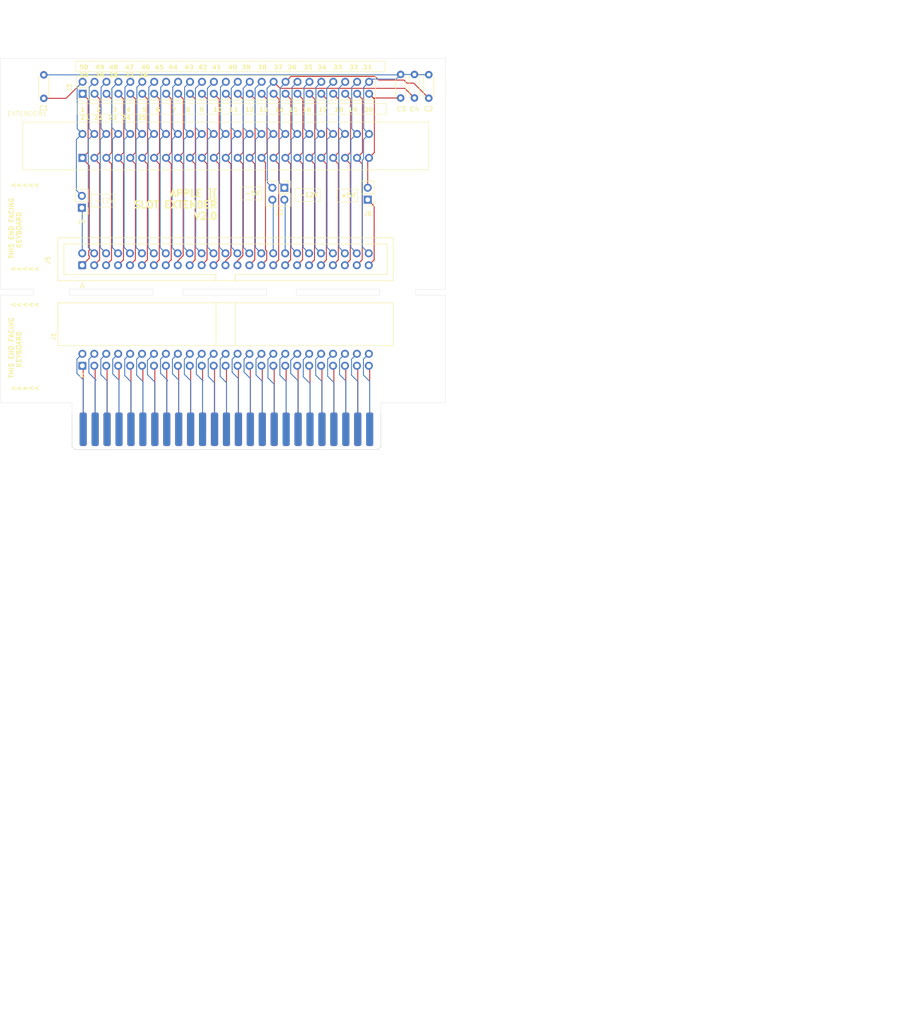
<source format=kicad_pcb>
(kicad_pcb (version 20241229) (generator "pcbnew") (generator_version "9.0")
  (layers (0 "F.Cu" signal) (2 "B.Cu" signal) (13 "F.Paste" user) (15 "B.Paste" user) (5 "F.SilkS" user "F.Silkscreen") (7 "B.SilkS" user "B.Silkscreen") (1 "F.Mask" user) (3 "B.Mask" user) (25 "Edge.Cuts" user))
  (net 0 "")
  (net 1 "E_USER_1")
  (net 2 "E_RDY")
  (net 3 "E_D7")
  (net 4 "E_D5")
  (net 5 "E_INT_OUT")
  (net 6 "E_-5V")
  (net 7 "E_A12")
  (net 8 "E_A0")
  (net 9 "E_A9")
  (net 10 "~{E_NMI}")
  (net 11 "E_A5")
  (net 12 "E_A1")
  (net 13 "~{E_IOSEL}")
  (net 14 "E_A2")
  (net 15 "E_-12V")
  (net 16 "E_DMA_OUT")
  (net 17 "E_7M")
  (net 18 "E_INT_IN")
  (net 19 "E_D2")
  (net 20 "E_DMA")
  (net 21 "E_A11")
  (net 22 "E_Q3")
  (net 23 "E_+5V")
  (net 24 "E_A10")
  (net 25 "E_PHASE_1")
  (net 26 "E_IO_STROBE")
  (net 27 "E_A6")
  (net 28 "E_D0")
  (net 29 "E_D6")
  (net 30 "E_GND")
  (net 31 "E_DMA_IN")
  (net 32 "~{E_DEVICE_SELECT}")
  (net 33 "E_A15")
  (net 34 "E_D4")
  (net 35 "E_NC1")
  (net 36 "E_D3")
  (net 37 "E_A4")
  (net 38 "~{E_IRQ}")
  (net 39 "E_D1")
  (net 40 "E_A8")
  (net 41 "E_+12V")
  (net 42 "~{E_INH}")
  (net 43 "E_R{slash}W")
  (net 44 "E_A7")
  (net 45 "E_PHASE_0")
  (net 46 "E_A13")
  (net 47 "+12V")
  (net 48 "~{NMI}")
  (net 49 "NC1")
  (net 50 "Q3")
  (net 51 "DMA_OUT")
  (net 52 "A6")
  (net 53 "RDY")
  (net 54 "A5")
  (net 55 "R{slash}W")
  (net 56 "~{IRQ}")
  (net 57 "+5V")
  (net 58 "PHASE_1")
  (net 59 "-12V")
  (net 60 "A0")
  (net 61 "A13")
  (net 62 "D4")
  (net 63 "A10")
  (net 64 "A7")
  (net 65 "A14")
  (net 66 "A3")
  (net 67 "DMA")
  (net 68 "-5V")
  (net 69 "IO_STROBE")
  (net 70 "PHASE_0")
  (net 71 "~{IOSEL}")
  (net 72 "D3")
  (net 73 "USER_1")
  (net 74 "A1")
  (net 75 "A12")
  (net 76 "A11")
  (net 77 "A15")
  (net 78 "D5")
  (net 79 "D7")
  (net 80 "DMA_IN")
  (net 81 "NC")
  (net 82 "D2")
  (net 83 "~{DEVICE_SELECT}")
  (net 84 "INT_OUT")
  (net 85 "~{RES}")
  (net 86 "7M")
  (net 87 "D0")
  (net 88 "A9")
  (net 89 "~{INH}")
  (net 90 "GND")
  (net 91 "D6")
  (net 92 "A8")
  (net 93 "INT_IN")
  (net 94 "D1")
  (net 95 "A4")
  (net 96 "Net-(J5-Pin_49)")
  (net 97 "Net-(J2-Pin_4)")
  (net 98 "Net-(J2-Pin_2)")
  (net 99 "E_A3")
  (net 100 "~{E_RES}")
  (net 101 "E_NC")
  (net 102 "E_A14")
  (net 103 "A2")
  (net 104 "Net-(J4-Pin_1)")
  (footprint "V2_Library:BUS_6502_v1" (layer "F.Cu") (at 119.1886 62.8262)
    (property "Reference" "EXTENDER1")
    (property "Value" "6502")
  )
  (footprint "Connector_PinHeader_2.54mm:PinHeader_1x02_P2.54mm_Vertical" (layer "F.Cu") (at 179.88 71.7162 180)
    (property "Reference" "J6")
    (property "Value" "Conn_01x02_Pin")
  )
  (footprint "V2_Library:PinSocket_2x25_P2.54mm_Vertical" (layer "F.Cu") (at 119.214 45.8064 90)
    (property "Reference" "J3")
    (property "Value" "Conn_02x25_Odd_Even")
  )
  (footprint "Capacitor_THT:C_Disc_D4.3mm_W1.9mm_P5.00mm" (layer "F.Cu") (at 192.874 45.1262 -90)
    (property "Reference" "C2")
    (property "Value" "100nF" (hide yes))
  )
  (footprint "Capacitor_THT:C_Disc_D4.3mm_W1.9mm_P5.00mm" (layer "F.Cu") (at 110.959 45.1624 -90)
    (property "Reference" "C1")
    (property "Value" "100nF" (hide yes))
  )
  (footprint "Capacitor_THT:C_Disc_D4.3mm_W1.9mm_P5.00mm" (layer "F.Cu") (at 186.89 45.0862 -90)
    (property "Reference" "C4")
    (property "Value" "100nF" (hide yes))
  )
  (footprint "Connector_PinHeader_2.54mm:PinHeader_1x02_P2.54mm_Vertical" (layer "F.Cu") (at 119.06 73.4362 180)
    (property "Reference" "J4")
    (property "Value" "Conn_01x02_Pin")
  )
  (footprint "Capacitor_THT:C_Disc_D4.3mm_W1.9mm_P5.00mm" (layer "F.Cu") (at 189.826 45.0862 -90)
    (property "Reference" "C3")
    (property "Value" "100nF" (hide yes))
  )
  (footprint "Connector_PinHeader_2.54mm:PinHeader_2x02_P2.54mm_Vertical" (layer "F.Cu") (at 162.14 69.1762 -90)
    (property "Reference" "J2")
    (property "Value" "Conn_02x02_Odd_Even")
  )
  (footprint "Connector_IDC:IDC-Header_2x25_P2.54mm_Horizontal" (layer "F.Cu") (at 119.1632 107.0476 90)
    (property "Reference" "J1")
    (property "Value" "Conn_02x25_Odd_Even")
  )
  (footprint "Connector_IDC:IDC-Header_2x25_P2.54mm_Vertical" (layer "F.Cu") (at 119.1378 85.6662 90)
    (property "Reference" "J5")
    (property "Value" "Conn_02x25_Odd_Even")
  )
  (footprint "V2_Library:AppleIIBus_Edge_65.70" (layer "F.Cu") (at 149.822 120.5542)
    (property "Reference" "BUS1")
    (property "Value" "6502")
    (fp_line (start -32.85 3.7025) (end -32.8675 -3.1555) (stroke (width 0.1)) (layer "Edge.Cuts"))
    (fp_line (start -32.2325 4.3375) (end -32.85 3.7025) (stroke (width 0.1)) (layer "Edge.Cuts"))
    (fp_line (start 32.2325 4.3075) (end -32.2325 4.3375) (stroke (width 0.1)) (layer "Edge.Cuts"))
    (fp_line (start 32.2325 4.3075) (end 32.8675 3.6725) (stroke (width 0.1)) (layer "Edge.Cuts"))
    (fp_line (start 32.86 -3.179) (end 32.86 3.679) (stroke (width 0.1)) (layer "Edge.Cuts"))
  )
  (gr_line (start 108.8 90.7662) (end 101.688 90.7662) (stroke (width 0.05)) (layer "Edge.Cuts"))
  (gr_line (start 116.943932 114.896133) (end 101.688 114.8962) (stroke (width 0.05)) (layer "Edge.Cuts"))
  (gr_line (start 196.43 41.668) (end 196.43 90.8424) (stroke (width 0.05)) (layer "Edge.Cuts"))
  (gr_line (start 101.688 92.0362) (end 108.8 92.0362) (stroke (width 0.05)) (layer "Edge.Cuts"))
  (gr_line (start 101.688 41.668) (end 196.43 41.668) (stroke (width 0.05)) (layer "Edge.Cuts"))
  (gr_line (start 190.08 92.0362) (end 196.43 92.0362) (stroke (width 0.05)) (layer "Edge.Cuts"))
  (gr_rect (start 140.55 90.7408) (end 158.33 92.0362) (stroke (width 0.05)) (fill no) (layer "Edge.Cuts"))
  (gr_line (start 101.688 114.8962) (end 101.688 92.0362) (stroke (width 0.05)) (layer "Edge.Cuts"))
  (gr_line (start 101.688 90.7662) (end 101.688 41.668) (stroke (width 0.05)) (layer "Edge.Cuts"))
  (gr_line (start 190.08 90.8424) (end 190.08 92.0362) (stroke (width 0.05)) (layer "Edge.Cuts"))
  (gr_line (start 108.8 92.0362) (end 108.8 90.7662) (stroke (width 0.05)) (layer "Edge.Cuts"))
  (gr_line (start 116.951003 117.3987) (end 116.943932 114.896133) (stroke (width 0.05)) (layer "Edge.Cuts"))
  (gr_rect (start 164.68 90.7408) (end 182.46 92.0362) (stroke (width 0.05)) (fill no) (layer "Edge.Cuts"))
  (gr_rect (start 116.42 90.7662) (end 134.2 92.0362) (stroke (width 0.05)) (fill no) (layer "Edge.Cuts"))
  (gr_line (start 182.682 117.3752) (end 182.691412 114.8962) (stroke (width 0.05)) (layer "Edge.Cuts"))
  (gr_line (start 196.43 90.8424) (end 190.08 90.8424) (stroke (width 0.05)) (layer "Edge.Cuts"))
  (gr_line (start 182.691412 114.8962) (end 196.43 114.8962) (stroke (width 0.05)) (layer "Edge.Cuts"))
  (gr_line (start 196.432 92.0362) (end 196.43 114.8962) (stroke (width 0.05)) (layer "Edge.Cuts"))
  (gr_text "<<<<<" (at 103.72 112.3562 0) (layer "F.SilkS") (effects (font (size 1 1) (thickness 0.2) (bold yes)) (justify left bottom)))
  (gr_text "<<<<<" (at 103.72 94.5762 0) (layer "F.SilkS") (effects (font (size 1 1) (thickness 0.2) (bold yes)) (justify left bottom)))
  (gr_text "THIS END FACING\n   KEYBOARD" (at 106.26 109.8162 90) (layer "F.SilkS") (effects (font (size 1 1) (thickness 0.2) (bold yes)) (justify left bottom)))
  (gr_text "APPLE ][\nSLOT EXTENDER\nV2.0" (at 148.016 69.4992 0) (layer "F.SilkS") (effects (font (size 1.5 1.5) (thickness 0.3) (bold yes)) (justify right top)))
  (gr_text "THIS END FACING\n   KEYBOARD" (at 106.26 84.4162 90) (layer "F.SilkS") (effects (font (size 1 1) (thickness 0.2) (bold yes)) (justify left bottom)))
  (gr_text "<<<<<" (at 103.72 69.1762 0) (layer "F.SilkS") (effects (font (size 1 1) (thickness 0.2) (bold yes)) (justify left bottom)))
  (gr_text "<<<<<" (at 103.72 86.9562 0) (layer "F.SilkS") (effects (font (size 1 1) (thickness 0.2) (bold yes)) (justify left bottom)))
  (gr_text_box "-12V" (start 164.4006 69.354) (end 169.7854 72.0972) (margins 0.8 0.8 0.8 0.8) (layer "F.SilkS") (effects (font (size 1 1) (thickness 0.2) (bold yes)) (justify left top)) (border yes) (stroke (width 0.1)))
  (gr_text_box "50   49  48   47   46  45  44   43  42  41   40  39   38   37  36   35  34   33   32  31  30   29  28   27  26" (start 117.7535 42.2522) (end 183.5649 44.4874) (margins 0.8 0.8 0.8 0.8) (layer "F.SilkS") (effects (font (size 1 1) (thickness 0.2) (bold yes)) (justify left top)) (border yes) (stroke (width 0.1)))
  (gr_text_box "+12V" (start 121.0682 70.5478) (end 126.072 73.291) (margins 0.8 0.8 0.8 0.8) (layer "F.SilkS") (effects (font (size 1 1) (thickness 0.1)) (justify left top)) (border yes) (stroke (width 0.1)))
  (gr_text_box "1     2     3    4     5    6     7    8    9    10   11   12  13   14  15  16   17   18  19   20   21  22  23  24   25" (start 117.9948 51.2946) (end 183.8062 53.5298) (margins 0.8 0.8 0.8 0.8) (layer "F.SilkS") (effects (font (size 1 1) (thickness 0.2) (bold yes)) (justify left top)) (border yes) (stroke (width 0.1)))
  (gr_text_box "-5V" (start 152.9579 69.0238) (end 157.3521 71.767) (margins 0.8 0.8 0.8 0.8) (layer "F.SilkS") (effects (font (size 1 1) (thickness 0.2) (bold yes)) (justify left top)) (border yes) (stroke (width 0.1)))
  (gr_text_box "+5V" (start 173.316 69.4556) (end 177.6848 72.1988) (margins 0.8 0.8 0.8 0.8) (layer "F.SilkS") (effects (font (size 1 1) (thickness 0.2) (bold yes)) (justify left top)) (border yes) (stroke (width 0.1)))
  (segment (start 145.8262 58.9216) (end 146.9762 57.7716) (width 0.2) (layer "B.Cu") (net 1))
  (segment (start 145.764 48.0364) (end 147.154 46.6464) (width 0.2) (layer "B.Cu") (net 1))
  (segment (start 147.0778 83.1262) (end 145.8262 81.8746) (width 0.2) (layer "B.Cu") (net 1))
  (segment (start 145.764 56.3816) (end 145.764 48.0364) (width 0.2) (layer "B.Cu") (net 1))
  (segment (start 145.8262 81.8746) (end 145.8262 58.9216) (width 0.2) (layer "B.Cu") (net 1))
  (segment (start 147.1286 57.7462) (end 145.764 56.3816) (width 0.2) (layer "B.Cu") (net 1))
  (segment (start 169.9378 85.6662) (end 171.0878 84.5162) (width 0.2) (layer "F.Cu") (net 2))
  (segment (start 169.9886 62.8262) (end 171.1386 61.6762) (width 0.2) (layer "F.Cu") (net 2))
  (segment (start 171.0878 84.5162) (end 171.0878 64.1032) (width 0.2) (layer "F.Cu") (net 2))
  (segment (start 171.1386 61.6762) (end 171.1386 50.311) (width 0.2) (layer "F.Cu") (net 2))
  (segment (start 171.1386 50.311) (end 170.014 49.1864) (width 0.2) (layer "F.Cu") (net 2))
  (segment (start 171.0878 64.1032) (end 169.8362 62.8516) (width 0.2) (layer "F.Cu") (net 2))
  (segment (start 138.264 58.8638) (end 139.3562 57.7716) (width 0.2) (layer "B.Cu") (net 3))
  (segment (start 138.384 47.7964) (end 139.534 46.6464) (width 0.2) (layer "B.Cu") (net 3))
  (segment (start 138.264 81.9324) (end 138.264 58.8638) (width 0.2) (layer "B.Cu") (net 3))
  (segment (start 139.5086 57.7462) (end 138.384 56.6216) (width 0.2) (layer "B.Cu") (net 3))
  (segment (start 138.384 56.6216) (end 138.384 47.7964) (width 0.2) (layer "B.Cu") (net 3))
  (segment (start 139.4578 83.1262) (end 138.264 81.9324) (width 0.2) (layer "B.Cu") (net 3))
  (segment (start 134.4286 57.7462) (end 133.304 56.6216) (width 0.2) (layer "B.Cu") (net 4))
  (segment (start 133.1586 81.907) (end 133.1586 58.8892) (width 0.2) (layer "B.Cu") (net 4))
  (segment (start 133.304 47.7964) (end 134.454 46.6464) (width 0.2) (layer "B.Cu") (net 4))
  (segment (start 133.304 56.6216) (end 133.304 47.7964) (width 0.2) (layer "B.Cu") (net 4))
  (segment (start 134.3778 83.1262) (end 133.1586 81.907) (width 0.2) (layer "B.Cu") (net 4))
  (segment (start 133.1586 58.8892) (end 134.2762 57.7716) (width 0.2) (layer "B.Cu") (net 4))
  (segment (start 176.1678 64.1032) (end 174.9162 62.8516) (width 0.2) (layer "F.Cu") (net 5))
  (segment (start 176.2186 50.311) (end 175.094 49.1864) (width 0.2) (layer "F.Cu") (net 5))
  (segment (start 175.0686 62.8262) (end 176.2186 61.6762) (width 0.2) (layer "F.Cu") (net 5))
  (segment (start 176.1678 84.5162) (end 176.1678 64.1032) (width 0.2) (layer "F.Cu") (net 5))
  (segment (start 175.0178 85.6662) (end 176.1678 84.5162) (width 0.2) (layer "F.Cu") (net 5))
  (segment (start 176.2186 61.6762) (end 176.2186 50.311) (width 0.2) (layer "F.Cu") (net 5))
  (segment (start 189.826 50.0862) (end 187.7762 48.0364) (width 0.2) (layer "F.Cu") (net 6))
  (segment (start 161.244 48.0364) (end 159.854 46.6464) (width 0.2) (layer "F.Cu") (net 6))
  (segment (start 187.7762 48.0364) (end 161.244 48.0364) (width 0.2) (layer "F.Cu") (net 6))
  (segment (start 159.8286 57.7462) (end 158.464 56.3816) (width 0.2) (layer "B.Cu") (net 6))
  (segment (start 158.5262 68.1024) (end 158.5262 58.9216) (width 0.2) (layer "B.Cu") (net 6))
  (segment (start 159.6 69.1762) (end 158.5262 68.1024) (width 0.2) (layer "B.Cu") (net 6))
  (segment (start 158.5262 58.9216) (end 159.6762 57.7716) (width 0.2) (layer "B.Cu") (net 6))
  (segment (start 158.464 56.3816) (end 158.464 48.0364) (width 0.2) (layer "B.Cu") (net 6))
  (segment (start 158.464 48.0364) (end 159.854 46.6464) (width 0.2) (layer "B.Cu") (net 6))
  (segment (start 152.1578 85.6662) (end 152.1578 84.752546) (width 0.2) (layer "F.Cu") (net 7))
  (segment (start 153.3586 50.311) (end 152.234 49.1864) (width 0.2) (layer "F.Cu") (net 7))
  (segment (start 153.3078 83.602546) (end 153.3078 64.1032) (width 0.2) (layer "F.Cu") (net 7))
  (segment (start 153.3586 61.6762) (end 153.3586 50.311) (width 0.2) (layer "F.Cu") (net 7))
  (segment (start 153.3078 64.1032) (end 152.0562 62.8516) (width 0.2) (layer "F.Cu") (net 7))
  (segment (start 152.1578 84.752546) (end 153.3078 83.602546) (width 0.2) (layer "F.Cu") (net 7))
  (segment (start 152.2086 62.8262) (end 153.3586 61.6762) (width 0.2) (layer "F.Cu") (net 7))
  (segment (start 122.8786 50.311) (end 121.754 49.1864) (width 0.2) (layer "F.Cu") (net 8))
  (segment (start 122.8786 61.6762) (end 122.8786 50.311) (width 0.2) (layer "F.Cu") (net 8))
  (segment (start 121.6778 85.6662) (end 122.8278 84.5162) (width 0.2) (layer "F.Cu") (net 8))
  (segment (start 121.7286 62.8262) (end 122.8786 61.6762) (width 0.2) (layer "F.Cu") (net 8))
  (segment (start 122.8278 84.5162) (end 122.8278 64.1032) (width 0.2) (layer "F.Cu") (net 8))
  (segment (start 122.8278 64.1032) (end 121.5762 62.8516) (width 0.2) (layer "F.Cu") (net 8))
  (segment (start 145.7386 50.311) (end 144.614 49.1864) (width 0.2) (layer "F.Cu") (net 9))
  (segment (start 145.7386 61.6762) (end 145.7386 50.311) (width 0.2) (layer "F.Cu") (net 9))
  (segment (start 145.6878 64.1032) (end 144.4362 62.8516) (width 0.2) (layer "F.Cu") (net 9))
  (segment (start 144.5886 62.8262) (end 145.7386 61.6762) (width 0.2) (layer "F.Cu") (net 9))
  (segment (start 144.5378 85.6662) (end 145.6878 84.5162) (width 0.2) (layer "F.Cu") (net 9))
  (segment (start 145.6878 84.5162) (end 145.6878 64.1032) (width 0.2) (layer "F.Cu") (net 9))
  (segment (start 172.4778 83.1262) (end 171.2262 81.8746) (width 0.2) (layer "B.Cu") (net 10))
  (segment (start 171.2262 81.8746) (end 171.2262 58.9216) (width 0.2) (layer "B.Cu") (net 10))
  (segment (start 172.5286 57.7462) (end 171.164 56.3816) (width 0.2) (layer "B.Cu") (net 10))
  (segment (start 171.2262 58.9216) (end 172.3762 57.7716) (width 0.2) (layer "B.Cu") (net 10))
  (segment (start 171.164 56.3816) (end 171.164 48.0364) (width 0.2) (layer "B.Cu") (net 10))
  (segment (start 171.164 48.0364) (end 172.554 46.6464) (width 0.2) (layer "B.Cu") (net 10))
  (segment (start 134.4286 62.8262) (end 135.5786 61.6762) (width 0.2) (layer "F.Cu") (net 11))
  (segment (start 135.5278 64.1032) (end 134.2762 62.8516) (width 0.2) (layer "F.Cu") (net 11))
  (segment (start 134.3778 85.6662) (end 135.5278 84.5162) (width 0.2) (layer "F.Cu") (net 11))
  (segment (start 135.5278 84.5162) (end 135.5278 64.1032) (width 0.2) (layer "F.Cu") (net 11))
  (segment (start 135.5786 50.311) (end 134.454 49.1864) (width 0.2) (layer "F.Cu") (net 11))
  (segment (start 135.5786 61.6762) (end 135.5786 50.311) (width 0.2) (layer "F.Cu") (net 11))
  (segment (start 125.4186 61.6762) (end 125.4186 50.311) (width 0.2) (layer "F.Cu") (net 12))
  (segment (start 124.2178 85.6662) (end 125.3678 84.5162) (width 0.2) (layer "F.Cu") (net 12))
  (segment (start 125.4186 50.311) (end 124.294 49.1864) (width 0.2) (layer "F.Cu") (net 12))
  (segment (start 124.2686 62.8262) (end 125.4186 61.6762) (width 0.2) (layer "F.Cu") (net 12))
  (segment (start 125.3678 64.1032) (end 124.1162 62.8516) (width 0.2) (layer "F.Cu") (net 12))
  (segment (start 125.3678 84.5162) (end 125.3678 64.1032) (width 0.2) (layer "F.Cu") (net 12))
  (segment (start 119.1378 85.6662) (end 120.6364 84.1676) (width 0.2) (layer "F.Cu") (net 13))
  (segment (start 120.5278 83.602546) (end 120.5278 82.649854) (width 0.2) (layer "F.Cu") (net 13))
  (segment (start 120.6364 82.541254) (end 120.6364 64.4518) (width 0.2) (layer "F.Cu") (net 13))
  (segment (start 120.3824 61.6324) (end 120.3824 50.3548) (width 0.2) (layer "F.Cu") (net 13))
  (segment (start 120.6364 64.4518) (end 119.0362 62.8516) (width 0.2) (layer "F.Cu") (net 13))
  (segment (start 120.6364 84.1676) (end 120.6364 83.711146) (width 0.2) (layer "F.Cu") (net 13))
  (segment (start 120.6364 83.711146) (end 120.5278 83.602546) (width 0.2) (layer "F.Cu") (net 13))
  (segment (start 120.3824 50.3548) (end 119.214 49.1864) (width 0.2) (layer "F.Cu") (net 13))
  (segment (start 120.5278 82.649854) (end 120.6364 82.541254) (width 0.2) (layer "F.Cu") (net 13))
  (segment (start 119.1886 62.8262) (end 120.3824 61.6324) (width 0.2) (layer "F.Cu") (net 13))
  (segment (start 127.9078 64.1032) (end 126.6562 62.8516) (width 0.2) (layer "F.Cu") (net 14))
  (segment (start 126.7578 85.6662) (end 127.9078 84.5162) (width 0.2) (layer "F.Cu") (net 14))
  (segment (start 127.9586 50.311) (end 126.834 49.1864) (width 0.2) (layer "F.Cu") (net 14))
  (segment (start 127.9586 61.6762) (end 127.9586 50.311) (width 0.2) (layer "F.Cu") (net 14))
  (segment (start 126.8086 62.8262) (end 127.9586 61.6762) (width 0.2) (layer "F.Cu") (net 14))
  (segment (start 127.9078 84.5162) (end 127.9078 64.1032) (width 0.2) (layer "F.Cu") (net 14))
  (segment (start 181.437 45.4964) (end 163.544 45.4964) (width 0.2) (layer "F.Cu") (net 15))
  (segment (start 163.544 45.4964) (end 162.394 46.6464) (width 0.2) (layer "F.Cu") (net 15))
  (segment (start 189.671 46.9232) (end 188.683 46.9232) (width 0.2) (layer "F.Cu") (net 15))
  (segment (start 187.591714 46.2732) (end 182.2138 46.2732) (width 0.2) (layer "F.Cu") (net 15))
  (segment (start 188.241714 46.9232) (end 187.591714 46.2732) (width 0.2) (layer "F.Cu") (net 15))
  (segment (start 188.683 46.9232) (end 188.241714 46.9232) (width 0.2) (layer "F.Cu") (net 15))
  (segment (start 182.2138 46.2732) (end 181.437 45.4964) (width 0.2) (layer "F.Cu") (net 15))
  (segment (start 192.874 50.1262) (end 189.671 46.9232) (width 0.2) (layer "F.Cu") (net 15))
  (segment (start 162.3686 57.7462) (end 161.244 56.6216) (width 0.2) (layer "B.Cu") (net 15))
  (segment (start 162.14 69.1762) (end 161.0662 68.1024) (width 0.2) (layer "B.Cu") (net 15))
  (segment (start 161.244 56.6216) (end 161.244 47.9742) (width 0.2) (layer "B.Cu") (net 15))
  (segment (start 161.0662 58.9216) (end 162.2162 57.7716) (width 0.2) (layer "B.Cu") (net 15))
  (segment (start 161.0662 68.1024) (end 161.0662 58.9216) (width 0.2) (layer "B.Cu") (net 15))
  (segment (start 161.244 47.9742) (end 163.1306 46.0876) (width 0.2) (layer "B.Cu") (net 15))
  (segment (start 178.7586 61.6762) (end 178.7586 50.311) (width 0.2) (layer "F.Cu") (net 16))
  (segment (start 177.6086 62.8262) (end 178.7586 61.6762) (width 0.2) (layer "F.Cu") (net 16))
  (segment (start 178.7078 84.5162) (end 178.7078 64.1032) (width 0.2) (layer "F.Cu") (net 16))
  (segment (start 178.7586 50.311) (end 177.634 49.1864) (width 0.2) (layer "F.Cu") (net 16))
  (segment (start 178.7078 64.1032) (end 177.4562 62.8516) (width 0.2) (layer "F.Cu") (net 16))
  (segment (start 177.5578 85.6662) (end 178.7078 84.5162) (width 0.2) (layer "F.Cu") (net 16))
  (segment (start 153.4462 81.8746) (end 153.4462 58.9216) (width 0.2) (layer "B.Cu") (net 17))
  (segment (start 153.384 56.3816) (end 153.384 48.0364) (width 0.2) (layer "B.Cu") (net 17))
  (segment (start 154.6978 83.1262) (end 153.4462 81.8746) (width 0.2) (layer "B.Cu") (net 17))
  (segment (start 153.4462 58.9216) (end 154.5962 57.7716) (width 0.2) (layer "B.Cu") (net 17))
  (segment (start 153.384 48.0364) (end 154.774 46.6464) (width 0.2) (layer "B.Cu") (net 17))
  (segment (start 154.7486 57.7462) (end 153.384 56.3816) (width 0.2) (layer "B.Cu") (net 17))
  (segment (start 173.7662 81.8746) (end 173.7662 58.9216) (width 0.2) (layer "B.Cu") (net 18))
  (segment (start 173.704 56.3816) (end 173.704 48.0364) (width 0.2) (layer "B.Cu") (net 18))
  (segment (start 175.0178 83.1262) (end 173.7662 81.8746) (width 0.2) (layer "B.Cu") (net 18))
  (segment (start 173.7662 58.9216) (end 174.9162 57.7716) (width 0.2) (layer "B.Cu") (net 18))
  (segment (start 175.0686 57.7462) (end 173.704 56.3816) (width 0.2) (layer "B.Cu") (net 18))
  (segment (start 173.704 48.0364) (end 175.094 46.6464) (width 0.2) (layer "B.Cu") (net 18))
  (segment (start 126.7578 83.1262) (end 125.564 81.9324) (width 0.2) (layer "B.Cu") (net 19))
  (segment (start 125.444 56.3816) (end 125.444 48.0364) (width 0.2) (layer "B.Cu") (net 19))
  (segment (start 125.564 81.9324) (end 125.564 58.8638) (width 0.2) (layer "B.Cu") (net 19))
  (segment (start 126.8086 57.7462) (end 125.444 56.3816) (width 0.2) (layer "B.Cu") (net 19))
  (segment (start 125.444 48.0364) (end 126.834 46.6464) (width 0.2) (layer "B.Cu") (net 19))
  (segment (start 125.564 58.8638) (end 126.6562 57.7716) (width 0.2) (layer "B.Cu") (net 19))
  (segment (start 173.6786 61.6762) (end 173.6786 50.311) (width 0.2) (layer "F.Cu") (net 20))
  (segment (start 173.6786 50.311) (end 172.554 49.1864) (width 0.2) (layer "F.Cu") (net 20))
  (segment (start 173.6278 84.5162) (end 173.6278 64.1032) (width 0.2) (layer "F.Cu") (net 20))
  (segment (start 173.6278 64.1032) (end 172.3762 62.8516) (width 0.2) (layer "F.Cu") (net 20))
  (segment (start 172.5286 62.8262) (end 173.6786 61.6762) (width 0.2) (layer "F.Cu") (net 20))
  (segment (start 172.4778 85.6662) (end 173.6278 84.5162) (width 0.2) (layer "F.Cu") (net 20))
  (segment (start 149.6178 84.752546) (end 150.7678 83.602546) (width 0.2) (layer "F.Cu") (net 21))
  (segment (start 149.6686 62.8262) (end 150.8186 61.6762) (width 0.2) (layer "F.Cu") (net 21))
  (segment (start 150.8186 61.6762) (end 150.8186 50.311) (width 0.2) (layer "F.Cu") (net 21))
  (segment (start 150.8186 50.311) (end 149.694 49.1864) (width 0.2) (layer "F.Cu") (net 21))
  (segment (start 150.7678 83.602546) (end 150.7678 64.1032) (width 0.2) (layer "F.Cu") (net 21))
  (segment (start 150.7678 64.1032) (end 149.5162 62.8516) (width 0.2) (layer "F.Cu") (net 21))
  (segment (start 149.6178 85.6662) (end 149.6178 84.752546) (width 0.2) (layer "F.Cu") (net 21))
  (segment (start 152.1578 83.1262) (end 150.9062 81.8746) (width 0.2) (layer "B.Cu") (net 22))
  (segment (start 150.9062 58.9216) (end 152.0562 57.7716) (width 0.2) (layer "B.Cu") (net 22))
  (segment (start 150.9062 81.8746) (end 150.9062 58.9216) (width 0.2) (layer "B.Cu") (net 22))
  (segment (start 150.844 48.0364) (end 152.234 46.6464) (width 0.2) (layer "B.Cu") (net 22))
  (segment (start 152.2086 57.7462) (end 150.844 56.3816) (width 0.2) (layer "B.Cu") (net 22))
  (segment (start 150.844 56.3816) (end 150.844 48.0364) (width 0.2) (layer "B.Cu") (net 22))
  (segment (start 181.0738 50.0862) (end 186.89 50.0862) (width 0.2) (layer "F.Cu") (net 23))
  (segment (start 180.1486 62.8262) (end 181.2986 61.6762) (width 0.2) (layer "F.Cu") (net 23))
  (segment (start 179.88 69.1762) (end 179.88 62.9678) (width 0.2) (layer "F.Cu") (net 23))
  (segment (start 181.2986 50.311) (end 180.174 49.1864) (width 0.2) (layer "F.Cu") (net 23))
  (segment (start 179.88 62.9678) (end 179.9962 62.8516) (width 0.2) (layer "F.Cu") (net 23))
  (segment (start 181.1608 50.1732) (end 180.174 49.1864) (width 0.2) (layer "F.Cu") (net 23))
  (segment (start 180.174 49.1864) (end 181.0738 50.0862) (width 0.2) (layer "F.Cu") (net 23))
  (segment (start 181.2986 61.6762) (end 181.2986 50.311) (width 0.2) (layer "F.Cu") (net 23))
  (segment (start 148.2278 64.1032) (end 146.9762 62.8516) (width 0.2) (layer "F.Cu") (net 24))
  (segment (start 147.0778 85.6662) (end 148.2278 84.5162) (width 0.2) (layer "F.Cu") (net 24))
  (segment (start 147.1286 62.8262) (end 148.2786 61.6762) (width 0.2) (layer "F.Cu") (net 24))
  (segment (start 148.2786 50.311) (end 147.154 49.1864) (width 0.2) (layer "F.Cu") (net 24))
  (segment (start 148.2278 84.5162) (end 148.2278 64.1032) (width 0.2) (layer "F.Cu") (net 24))
  (segment (start 148.2786 61.6762) (end 148.2786 50.311) (width 0.2) (layer "F.Cu") (net 24))
  (segment (start 148.544 56.6216) (end 148.544 47.7964) (width 0.2) (layer "B.Cu") (net 25))
  (segment (start 148.544 47.7964) (end 149.694 46.6464) (width 0.2) (layer "B.Cu") (net 25))
  (segment (start 148.3662 81.8746) (end 148.3662 58.9216) (width 0.2) (layer "B.Cu") (net 25))
  (segment (start 148.3662 58.9216) (end 149.5162 57.7716) (width 0.2) (layer "B.Cu") (net 25))
  (segment (start 149.6686 57.7462) (end 148.544 56.6216) (width 0.2) (layer "B.Cu") (net 25))
  (segment (start 149.6178 83.1262) (end 148.3662 81.8746) (width 0.2) (layer "B.Cu") (net 25))
  (segment (start 168.5478 64.1032) (end 167.2962 62.8516) (width 0.2) (layer "F.Cu") (net 26))
  (segment (start 167.4486 62.8262) (end 168.5986 61.6762) (width 0.2) (layer "F.Cu") (net 26))
  (segment (start 168.5986 61.6762) (end 168.5986 50.311) (width 0.2) (layer "F.Cu") (net 26))
  (segment (start 168.5478 84.5162) (end 168.5478 64.1032) (width 0.2) (layer "F.Cu") (net 26))
  (segment (start 168.5986 50.311) (end 167.474 49.1864) (width 0.2) (layer "F.Cu") (net 26))
  (segment (start 167.3978 85.6662) (end 168.5478 84.5162) (width 0.2) (layer "F.Cu") (net 26))
  (segment (start 138.0678 64.1032) (end 136.8162 62.8516) (width 0.2) (layer "F.Cu") (net 27))
  (segment (start 136.9178 85.6662) (end 138.0678 84.5162) (width 0.2) (layer "F.Cu") (net 27))
  (segment (start 136.9686 62.8262) (end 138.1186 61.6762) (width 0.2) (layer "F.Cu") (net 27))
  (segment (start 138.1186 50.311) (end 136.994 49.1864) (width 0.2) (layer "F.Cu") (net 27))
  (segment (start 138.1186 61.6762) (end 138.1186 50.311) (width 0.2) (layer "F.Cu") (net 27))
  (segment (start 138.0678 84.5162) (end 138.0678 64.1032) (width 0.2) (layer "F.Cu") (net 27))
  (segment (start 121.7286 57.7462) (end 120.604 56.6216) (width 0.2) (layer "B.Cu") (net 28))
  (segment (start 120.604 47.7964) (end 121.754 46.6464) (width 0.2) (layer "B.Cu") (net 28))
  (segment (start 120.4262 81.8746) (end 120.4262 58.9216) (width 0.2) (layer "B.Cu") (net 28))
  (segment (start 120.4262 58.9216) (end 121.5762 57.7716) (width 0.2) (layer "B.Cu") (net 28))
  (segment (start 121.6778 83.1262) (end 120.4262 81.8746) (width 0.2) (layer "B.Cu") (net 28))
  (segment (start 120.604 56.6216) (end 120.604 47.7964) (width 0.2) (layer "B.Cu") (net 28))
  (segment (start 136.9686 57.7462) (end 135.844 56.6216) (width 0.2) (layer "B.Cu") (net 29))
  (segment (start 136.9178 83.1262) (end 135.724 81.9324) (width 0.2) (layer "B.Cu") (net 29))
  (segment (start 135.724 81.9324) (end 135.724 58.8638) (width 0.2) (layer "B.Cu") (net 29))
  (segment (start 135.724 58.8638) (end 136.8162 57.7716) (width 0.2) (layer "B.Cu") (net 29))
  (segment (start 135.844 56.6216) (end 135.844 47.7964) (width 0.2) (layer "B.Cu") (net 29))
  (segment (start 135.844 47.7964) (end 136.994 46.6464) (width 0.2) (layer "B.Cu") (net 29))
  (segment (start 187.0574 45.1732) (end 187.1374 45.2532) (width 0.2) (layer "F.Cu") (net 30))
  (segment (start 179.024 56.6216) (end 179.024 47.7964) (width 0.2) (layer "B.Cu") (net 30))
  (segment (start 180.1486 57.7462) (end 179.024 56.6216) (width 0.2) (layer "B.Cu") (net 30))
  (segment (start 178.9986 63.0364) (end 178.9986 58.8962) (width 0.2) (layer "B.Cu") (net 30))
  (segment (start 178.73 81.7584) (end 178.73 63.305) (width 0.2) (layer "B.Cu") (net 30))
  (segment (start 178.73 63.305) (end 178.9986 63.0364) (width 0.2) (layer "B.Cu") (net 30))
  (segment (start 185.914 46.0622) (end 186.89 45.0862) (width 0.2) (layer "B.Cu") (net 30))
  (segment (start 189.866 45.1262) (end 189.826 45.0862) (width 0.2) (layer "B.Cu") (net 30))
  (segment (start 179.024 47.7964) (end 180.174 46.6464) (width 0.2) (layer "B.Cu") (net 30))
  (segment (start 180.2502 46.6464) (end 180.8344 46.0622) (width 0.2) (layer "B.Cu") (net 30))
  (segment (start 192.874 45.1262) (end 189.866 45.1262) (width 0.2) (layer "B.Cu") (net 30))
  (segment (start 189.826 45.0862) (end 186.89 45.0862) (width 0.2) (layer "B.Cu") (net 30))
  (segment (start 178.9986 58.8962) (end 180.1486 57.7462) (width 0.2) (layer "B.Cu") (net 30))
  (segment (start 180.8344 46.0622) (end 185.914 46.0622) (width 0.2) (layer "B.Cu") (net 30))
  (segment (start 180.0978 83.1262) (end 178.73 81.7584) (width 0.2) (layer "B.Cu") (net 30))
  (segment (start 110.959 45.1624) (end 186.9158 45.1624) (width 0.2) (layer "B.Cu") (net 30))
  (segment (start 180.174 46.6464) (end 180.2502 46.6464) (width 0.2) (layer "B.Cu") (net 30))
  (segment (start 176.3062 58.9216) (end 177.4562 57.7716) (width 0.2) (layer "B.Cu") (net 31))
  (segment (start 177.6086 57.7462) (end 176.484 56.6216) (width 0.2) (layer "B.Cu") (net 31))
  (segment (start 176.484 47.7964) (end 177.634 46.6464) (width 0.2) (layer "B.Cu") (net 31))
  (segment (start 176.484 56.6216) (end 176.484 47.7964) (width 0.2) (layer "B.Cu") (net 31))
  (segment (start 176.3062 81.8746) (end 176.3062 58.9216) (width 0.2) (layer "B.Cu") (net 31))
  (segment (start 177.5578 83.1262) (end 176.3062 81.8746) (width 0.2) (layer "B.Cu") (net 31))
  (segment (start 140.7462 81.8746) (end 140.7462 58.9216) (width 0.2) (layer "B.Cu") (net 32))
  (segment (start 140.7462 58.9216) (end 141.8962 57.7716) (width 0.2) (layer "B.Cu") (net 32))
  (segment (start 142.0486 57.7462) (end 140.924 56.6216) (width 0.2) (layer "B.Cu") (net 32))
  (segment (start 140.924 56.6216) (end 140.924 47.7964) (width 0.2) (layer "B.Cu") (net 32))
  (segment (start 140.924 47.7964) (end 142.074 46.6464) (width 0.2) (layer "B.Cu") (net 32))
  (segment (start 141.9978 83.1262) (end 140.7462 81.8746) (width 0.2) (layer "B.Cu") (net 32))
  (segment (start 160.9278 64.1032) (end 159.6762 62.8516) (width 0.2) (layer "F.Cu") (net 33))
  (segment (start 159.8286 62.8262) (end 160.9786 61.6762) (width 0.2) (layer "F.Cu") (net 33))
  (segment (start 160.9786 61.6762) (end 160.9786 50.311) (width 0.2) (layer "F.Cu") (net 33))
  (segment (start 160.9786 50.311) (end 159.854 49.1864) (width 0.2) (layer "F.Cu") (net 33))
  (segment (start 159.7778 85.6662) (end 160.9278 84.5162) (width 0.2) (layer "F.Cu") (net 33))
  (segment (start 160.9278 84.5162) (end 160.9278 64.1032) (width 0.2) (layer "F.Cu") (net 33))
  (segment (start 131.8378 83.1262) (end 130.5862 81.8746) (width 0.2) (layer "B.Cu") (net 34))
  (segment (start 130.764 47.7964) (end 131.914 46.6464) (width 0.2) (layer "B.Cu") (net 34))
  (segment (start 130.764 56.6216) (end 130.764 47.7964) (width 0.2) (layer "B.Cu") (net 34))
  (segment (start 130.5862 81.8746) (end 130.5862 58.9216) (width 0.2) (layer "B.Cu") (net 34))
  (segment (start 131.8886 57.7462) (end 130.764 56.6216) (width 0.2) (layer "B.Cu") (net 34))
  (segment (start 130.5862 58.9216) (end 131.7362 57.7716) (width 0.2) (layer "B.Cu") (net 34))
  (segment (start 155.9862 81.8746) (end 155.9862 58.9216) (width 0.2) (layer "B.Cu") (net 35))
  (segment (start 155.924 48.0364) (end 157.314 46.6464) (width 0.2) (layer "B.Cu") (net 35))
  (segment (start 157.2378 83.1262) (end 155.9862 81.8746) (width 0.2) (layer "B.Cu") (net 35))
  (segment (start 157.2886 57.7462) (end 155.924 56.3816) (width 0.2) (layer "B.Cu") (net 35))
  (segment (start 155.924 56.3816) (end 155.924 48.0364) (width 0.2) (layer "B.Cu") (net 35))
  (segment (start 155.9862 58.9216) (end 157.1362 57.7716) (width 0.2) (layer "B.Cu") (net 35))
  (segment (start 128.224 47.7964) (end 129.374 46.6464) (width 0.2) (layer "B.Cu") (net 36))
  (segment (start 129.2978 83.1262) (end 128.0462 81.8746) (width 0.2) (layer "B.Cu") (net 36))
  (segment (start 128.0462 81.8746) (end 128.0462 58.9216) (width 0.2) (layer "B.Cu") (net 36))
  (segment (start 128.224 56.6216) (end 128.224 47.7964) (width 0.2) (layer "B.Cu") (net 36))
  (segment (start 129.3486 57.7462) (end 128.224 56.6216) (width 0.2) (layer "B.Cu") (net 36))
  (segment (start 128.0462 58.9216) (end 129.1962 57.7716) (width 0.2) (layer "B.Cu") (net 36))
  (segment (start 132.9878 64.1032) (end 131.7362 62.8516) (width 0.2) (layer "F.Cu") (net 37))
  (segment (start 132.9878 84.5162) (end 132.9878 64.1032) (width 0.2) (layer "F.Cu") (net 37))
  (segment (start 131.8886 62.8262) (end 133.0386 61.6762) (width 0.2) (layer "F.Cu") (net 37))
  (segment (start 133.0386 50.311) (end 131.914 49.1864) (width 0.2) (layer "F.Cu") (net 37))
  (segment (start 133.0386 61.6762) (end 133.0386 50.311) (width 0.2) (layer "F.Cu") (net 37))
  (segment (start 131.8378 85.6662) (end 132.9878 84.5162) (width 0.2) (layer "F.Cu") (net 37))
  (segment (start 168.6862 81.8746) (end 168.6862 58.9216) (width 0.2) (layer "B.Cu") (net 38))
  (segment (start 168.864 56.6216) (end 168.864 47.7964) (width 0.2) (layer "B.Cu") (net 38))
  (segment (start 168.6862 58.9216) (end 169.8362 57.7716) (width 0.2) (layer "B.Cu") (net 38))
  (segment (start 169.9886 57.7462) (end 168.864 56.6216) (width 0.2) (layer "B.Cu") (net 38))
  (segment (start 168.864 47.7964) (end 170.014 46.6464) (width 0.2) (layer "B.Cu") (net 38))
  (segment (start 169.9378 83.1262) (end 168.6862 81.8746) (width 0.2) (layer "B.Cu") (net 38))
  (segment (start 124.2178 83.1262) (end 122.9732 81.8816) (width 0.2) (layer "B.Cu") (net 39))
  (segment (start 122.9732 81.8816) (end 122.9732 58.9146) (width 0.2) (layer "B.Cu") (net 39))
  (segment (start 123.144 47.7964) (end 124.294 46.6464) (width 0.2) (layer "B.Cu") (net 39))
  (segment (start 124.2686 57.7462) (end 123.144 56.6216) (width 0.2) (layer "B.Cu") (net 39))
  (segment (start 122.9732 58.9146) (end 124.1162 57.7716) (width 0.2) (layer "B.Cu") (net 39))
  (segment (start 123.144 56.6216) (end 123.144 47.7964) (width 0.2) (layer "B.Cu") (net 39))
  (segment (start 143.1478 64.1032) (end 141.8962 62.8516) (width 0.2) (layer "F.Cu") (net 40))
  (segment (start 143.1986 61.6762) (end 143.1986 50.311) (width 0.2) (layer "F.Cu") (net 40))
  (segment (start 143.1478 84.5162) (end 143.1478 64.1032) (width 0.2) (layer "F.Cu") (net 40))
  (segment (start 141.9978 85.6662) (end 143.1478 84.5162) (width 0.2) (layer "F.Cu") (net 40))
  (segment (start 142.0486 62.8262) (end 143.1986 61.6762) (width 0.2) (layer "F.Cu") (net 40))
  (segment (start 143.1986 50.311) (end 142.074 49.1864) (width 0.2) (layer "F.Cu") (net 40))
  (segment (start 115.698 50.1624) (end 119.214 46.6464) (width 0.2) (layer "F.Cu") (net 41))
  (segment (start 110.959 50.1624) (end 115.698 50.1624) (width 0.2) (layer "F.Cu") (net 41))
  (segment (start 118.064 47.7964) (end 119.214 46.6464) (width 0.2) (layer "B.Cu") (net 41))
  (segment (start 118.064 56.6216) (end 118.064 47.7964) (width 0.2) (layer "B.Cu") (net 41))
  (segment (start 119.1632 57.7462) (end 119.0616 57.6446) (width 0.2) (layer "B.Cu") (net 41))
  (segment (start 117.8862 58.9216) (end 119.0362 57.7716) (width 0.2) (layer "B.Cu") (net 41))
  (segment (start 119.1886 57.7462) (end 118.064 56.6216) (width 0.2) (layer "B.Cu") (net 41))
  (segment (start 119.1886 57.7462) (end 119.1632 57.7462) (width 0.2) (layer "B.Cu") (net 41))
  (segment (start 119.06 70.8962) (end 117.8862 69.7224) (width 0.2) (layer "B.Cu") (net 41))
  (segment (start 117.8862 69.7224) (end 117.8862 58.9216) (width 0.2) (layer "B.Cu") (net 41))
  (segment (start 163.6062 81.8746) (end 163.6062 58.9216) (width 0.2) (layer "B.Cu") (net 42))
  (segment (start 164.8578 83.1262) (end 163.6062 81.8746) (width 0.2) (layer "B.Cu") (net 42))
  (segment (start 163.784 47.7964) (end 164.934 46.6464) (width 0.2) (layer "B.Cu") (net 42))
  (segment (start 163.784 56.6216) (end 163.784 47.7964) (width 0.2) (layer "B.Cu") (net 42))
  (segment (start 163.6062 58.9216) (end 164.7562 57.7716) (width 0.2) (layer "B.Cu") (net 42))
  (segment (start 164.9086 57.7462) (end 163.784 56.6216) (width 0.2) (layer "B.Cu") (net 42))
  (segment (start 163.4678 64.1032) (end 162.2162 62.8516) (width 0.2) (layer "F.Cu") (net 43))
  (segment (start 163.4678 84.5162) (end 163.4678 64.1032) (width 0.2) (layer "F.Cu") (net 43))
  (segment (start 162.3686 62.8262) (end 163.5186 61.6762) (width 0.2) (layer "F.Cu") (net 43))
  (segment (start 162.3178 85.6662) (end 163.4678 84.5162) (width 0.2) (layer "F.Cu") (net 43))
  (segment (start 163.5186 50.311) (end 162.394 49.1864) (width 0.2) (layer "F.Cu") (net 43))
  (segment (start 163.5186 61.6762) (end 163.5186 50.311) (width 0.2) (layer "F.Cu") (net 43))
  (segment (start 140.6078 83.602546) (end 140.6078 64.1032) (width 0.2) (layer "F.Cu") (net 44))
  (segment (start 139.4578 84.752546) (end 140.6078 83.602546) (width 0.2) (layer "F.Cu") (net 44))
  (segment (start 140.6586 50.311) (end 139.534 49.1864) (width 0.2) (layer "F.Cu") (net 44))
  (segment (start 139.5086 62.8262) (end 140.6586 61.6762) (width 0.2) (layer "F.Cu") (net 44))
  (segment (start 140.6586 61.6762) (end 140.6586 50.311) (width 0.2) (layer "F.Cu") (net 44))
  (segment (start 140.6078 64.1032) (end 139.3562 62.8516) (width 0.2) (layer "F.Cu") (net 44))
  (segment (start 139.4578 85.6662) (end 139.4578 84.752546) (width 0.2) (layer "F.Cu") (net 44))
  (segment (start 143.2862 58.9216) (end 144.4362 57.7716) (width 0.2) (layer "B.Cu") (net 45))
  (segment (start 143.2862 81.8746) (end 143.2862 58.9216) (width 0.2) (layer "B.Cu") (net 45))
  (segment (start 143.224 48.0364) (end 144.614 46.6464) (width 0.2) (layer "B.Cu") (net 45))
  (segment (start 144.5886 57.7462) (end 143.224 56.3816) (width 0.2) (layer "B.Cu") (net 45))
  (segment (start 144.5378 83.1262) (end 143.2862 81.8746) (width 0.2) (layer "B.Cu") (net 45))
  (segment (start 143.224 56.3816) (end 143.224 48.0364) (width 0.2) (layer "B.Cu") (net 45))
  (segment (start 154.7486 62.8262) (end 155.8986 61.6762) (width 0.2) (layer "F.Cu") (net 46))
  (segment (start 155.8478 84.5162) (end 155.8478 64.1032) (width 0.2) (layer "F.Cu") (net 46))
  (segment (start 154.6978 85.6662) (end 155.8478 84.5162) (width 0.2) (layer "F.Cu") (net 46))
  (segment (start 155.8478 64.1032) (end 154.5962 62.8516) (width 0.2) (layer "F.Cu") (net 46))
  (segment (start 155.8986 50.311) (end 154.774 49.1864) (width 0.2) (layer "F.Cu") (net 46))
  (segment (start 155.8986 61.6762) (end 155.8986 50.311) (width 0.2) (layer "F.Cu") (net 46))
  (segment (start 119.342 110.0102) (end 118.0122 108.6804) (width 0.2) (layer "B.Cu") (net 47))
  (segment (start 118.0122 105.6586) (end 119.1632 104.5076) (width 0.2) (layer "B.Cu") (net 47))
  (segment (start 118.0122 108.6804) (end 118.0122 105.6586) (width 0.2) (layer "B.Cu") (net 47))
  (segment (start 119.342 120.5542) (end 119.342 110.0102) (width 0.2) (layer "B.Cu") (net 47))
  (segment (start 172.682 120.5542) (end 172.682 110.6102) (width 0.2) (layer "B.Cu") (net 48))
  (segment (start 172.682 110.6102) (end 171.3522 109.2804) (width 0.2) (layer "B.Cu") (net 48))
  (segment (start 171.3522 109.2804) (end 171.3522 105.6586) (width 0.2) (layer "B.Cu") (net 48))
  (segment (start 171.3522 105.6586) (end 172.5032 104.5076) (width 0.2) (layer "B.Cu") (net 48))
  (segment (start 156.1122 109.0074) (end 156.1122 105.6586) (width 0.2) (layer "B.Cu") (net 49))
  (segment (start 156.1122 105.6586) (end 157.2632 104.5076) (width 0.2) (layer "B.Cu") (net 49))
  (segment (start 157.442 110.3372) (end 156.1122 109.0074) (width 0.2) (layer "B.Cu") (net 49))
  (segment (start 157.442 120.5542) (end 157.442 110.3372) (width 0.2) (layer "B.Cu") (net 49))
  (segment (start 151.0322 105.6586) (end 152.1832 104.5076) (width 0.2) (layer "B.Cu") (net 50))
  (segment (start 152.362 109.7632) (end 151.0322 108.4334) (width 0.2) (layer "B.Cu") (net 50))
  (segment (start 151.0322 108.4334) (end 151.0322 105.6586) (width 0.2) (layer "B.Cu") (net 50))
  (segment (start 152.362 120.5542) (end 152.362 109.7632) (width 0.2) (layer "B.Cu") (net 50))
  (segment (start 177.762 120.5542) (end 177.762 107.2264) (width 0.2) (layer "F.Cu") (net 51))
  (segment (start 177.762 107.2264) (end 177.5832 107.0476) (width 0.2) (layer "F.Cu") (net 51))
  (segment (start 137.122 120.5542) (end 137.122 107.2264) (width 0.2) (layer "F.Cu") (net 52))
  (segment (start 137.122 107.2264) (end 136.9432 107.0476) (width 0.2) (layer "F.Cu") (net 52))
  (segment (start 170.142 107.2264) (end 169.9632 107.0476) (width 0.2) (layer "F.Cu") (net 53))
  (segment (start 170.142 120.5542) (end 170.142 107.2264) (width 0.2) (layer "F.Cu") (net 53))
  (segment (start 134.582 107.2264) (end 134.4032 107.0476) (width 0.2) (layer "F.Cu") (net 54))
  (segment (start 134.582 120.5542) (end 134.582 107.2264) (width 0.2) (layer "F.Cu") (net 54))
  (segment (start 162.522 107.2264) (end 162.3432 107.0476) (width 0.2) (layer "F.Cu") (net 55))
  (segment (start 162.522 120.5542) (end 162.522 107.2264) (width 0.2) (layer "F.Cu") (net 55))
  (segment (start 168.8122 109.0644) (end 168.8122 105.6586) (width 0.2) (layer "B.Cu") (net 56))
  (segment (start 170.142 110.3942) (end 168.8122 109.0644) (width 0.2) (layer "B.Cu") (net 56))
  (segment (start 168.8122 105.6586) (end 169.9632 104.5076) (width 0.2) (layer "B.Cu") (net 56))
  (segment (start 170.142 120.5542) (end 170.142 110.3942) (width 0.2) (layer "B.Cu") (net 56))
  (segment (start 180.302 107.2264) (end 180.1232 107.0476) (width 0.2) (layer "F.Cu") (net 57))
  (segment (start 180.302 120.5542) (end 180.302 107.2264) (width 0.2) (layer "F.Cu") (net 57))
  (segment (start 149.822 110.6392) (end 148.4922 109.3094) (width 0.2) (layer "B.Cu") (net 58))
  (segment (start 148.4922 109.3094) (end 148.4922 105.6586) (width 0.2) (layer "B.Cu") (net 58))
  (segment (start 149.822 120.5542) (end 149.822 110.6392) (width 0.2) (layer "B.Cu") (net 58))
  (segment (start 148.4922 105.6586) (end 149.6432 104.5076) (width 0.2) (layer "B.Cu") (net 58))
  (segment (start 161.1922 109.0504) (end 161.1922 105.6586) (width 0.2) (layer "B.Cu") (net 59))
  (segment (start 162.522 110.3802) (end 161.1922 109.0504) (width 0.2) (layer "B.Cu") (net 59))
  (segment (start 162.522 120.5542) (end 162.522 110.3802) (width 0.2) (layer "B.Cu") (net 59))
  (segment (start 161.1922 105.6586) (end 162.3432 104.5076) (width 0.2) (layer "B.Cu") (net 59))
  (segment (start 121.882 107.2264) (end 121.7032 107.0476) (width 0.2) (layer "F.Cu") (net 60))
  (segment (start 121.882 120.5542) (end 121.882 107.2264) (width 0.2) (layer "F.Cu") (net 60))
  (segment (start 154.902 107.2264) (end 154.7232 107.0476) (width 0.2) (layer "F.Cu") (net 61))
  (segment (start 154.902 120.5542) (end 154.902 107.2264) (width 0.2) (layer "F.Cu") (net 61))
  (segment (start 132.042 120.5542) (end 132.042 110.4022) (width 0.2) (layer "B.Cu") (net 62))
  (segment (start 132.042 110.4022) (end 130.7122 109.0724) (width 0.2) (layer "B.Cu") (net 62))
  (segment (start 130.7122 105.6586) (end 131.8632 104.5076) (width 0.2) (layer "B.Cu") (net 62))
  (segment (start 130.7122 109.0724) (end 130.7122 105.6586) (width 0.2) (layer "B.Cu") (net 62))
  (segment (start 147.282 120.5542) (end 147.282 107.2264) (width 0.2) (layer "F.Cu") (net 63))
  (segment (start 147.282 107.2264) (end 147.1032 107.0476) (width 0.2) (layer "F.Cu") (net 63))
  (segment (start 139.662 120.5542) (end 139.662 107.2264) (width 0.2) (layer "F.Cu") (net 64))
  (segment (start 139.662 107.2264) (end 139.4832 107.0476) (width 0.2) (layer "F.Cu") (net 64))
  (segment (start 157.442 120.5542) (end 157.442 107.2264) (width 0.2) (layer "F.Cu") (net 65))
  (segment (start 157.442 107.2264) (end 157.2632 107.0476) (width 0.2) (layer "F.Cu") (net 65))
  (segment (start 129.502 120.5542) (end 129.502 107.2264) (width 0.2) (layer "F.Cu") (net 66))
  (segment (start 129.502 107.2264) (end 129.3232 107.0476) (width 0.2) (layer "F.Cu") (net 66))
  (segment (start 172.802 107.3464) (end 172.5032 107.0476) (width 0.2) (layer "F.Cu") (net 67))
  (segment (start 172.682 107.2264) (end 172.5032 107.0476) (width 0.2) (layer "F.Cu") (net 67))
  (segment (start 172.682 120.5542) (end 172.682 107.2264) (width 0.2) (layer "F.Cu") (net 67))
  (segment (start 172.802 120.1854) (end 172.3508 120.6366) (width 0.2) (layer "F.Cu") (net 67))
  (segment (start 158.6522 105.6586) (end 159.8032 104.5076) (width 0.2) (layer "B.Cu") (net 68))
  (segment (start 159.982 120.5542) (end 159.982 110.9752) (width 0.2) (layer "B.Cu") (net 68))
  (segment (start 159.982 110.9752) (end 158.6522 109.6454) (width 0.2) (layer "B.Cu") (net 68))
  (segment (start 158.6522 109.6454) (end 158.6522 105.6586) (width 0.2) (layer "B.Cu") (net 68))
  (segment (start 167.602 107.2264) (end 167.4232 107.0476) (width 0.2) (layer "F.Cu") (net 69))
  (segment (start 167.602 120.5542) (end 167.602 107.2264) (width 0.2) (layer "F.Cu") (net 69))
  (segment (start 144.742 120.5542) (end 144.742 110.3302) (width 0.2) (layer "B.Cu") (net 70))
  (segment (start 144.742 110.3302) (end 144.825 110.2472) (width 0.2) (layer "B.Cu") (net 70))
  (segment (start 144.825 110.2472) (end 143.4122 108.8344) (width 0.2) (layer "B.Cu") (net 70))
  (segment (start 143.4122 105.6586) (end 144.5632 104.5076) (width 0.2) (layer "B.Cu") (net 70))
  (segment (start 143.4122 108.8344) (end 143.4122 105.6586) (width 0.2) (layer "B.Cu") (net 70))
  (segment (start 119.342 120.5542) (end 119.342 107.2264) (width 0.2) (layer "F.Cu") (net 71))
  (segment (start 119.342 107.2264) (end 119.1632 107.0476) (width 0.2) (layer "F.Cu") (net 71))
  (segment (start 128.1722 109.1274) (end 128.1722 105.6586) (width 0.2) (layer "B.Cu") (net 72))
  (segment (start 129.502 110.4572) (end 128.1722 109.1274) (width 0.2) (layer "B.Cu") (net 72))
  (segment (start 129.502 120.5542) (end 129.502 110.4572) (width 0.2) (layer "B.Cu") (net 72))
  (segment (start 128.1722 105.6586) (end 129.3232 104.5076) (width 0.2) (layer "B.Cu") (net 72))
  (segment (start 147.282 120.5542) (end 147.282 110.6602) (width 0.2) (layer "B.Cu") (net 73))
  (segment (start 147.282 110.6602) (end 145.9522 109.3304) (width 0.2) (layer "B.Cu") (net 73))
  (segment (start 145.9522 109.3304) (end 145.9522 105.6586) (width 0.2) (layer "B.Cu") (net 73))
  (segment (start 145.9522 105.6586) (end 147.1032 104.5076) (width 0.2) (layer "B.Cu") (net 73))
  (segment (start 124.422 107.2264) (end 124.2432 107.0476) (width 0.2) (layer "F.Cu") (net 74))
  (segment (start 124.422 120.5542) (end 124.422 107.2264) (width 0.2) (layer "F.Cu") (net 74))
  (segment (start 152.362 120.5542) (end 152.362 107.2264) (width 0.2) (layer "F.Cu") (net 75))
  (segment (start 152.362 107.2264) (end 152.1832 107.0476) (width 0.2) (layer "F.Cu") (net 75))
  (segment (start 149.822 120.5542) (end 149.822 107.2264) (width 0.2) (layer "F.Cu") (net 76))
  (segment (start 149.822 107.2264) (end 149.6432 107.0476) (width 0.2) (layer "F.Cu") (net 76))
  (segment (start 159.982 120.5542) (end 159.982 107.2264) (width 0.2) (layer "F.Cu") (net 77))
  (segment (start 159.982 107.2264) (end 159.8032 107.0476) (width 0.2) (layer "F.Cu") (net 77))
  (segment (start 133.0142 108.9364) (end 133.0142 105.8966) (width 0.2) (layer "B.Cu") (net 78))
  (segment (start 133.0142 105.8966) (end 134.4032 104.5076) (width 0.2) (layer "B.Cu") (net 78))
  (segment (start 134.582 110.5042) (end 133.0142 108.9364) (width 0.2) (layer "B.Cu") (net 78))
  (segment (start 134.582 120.5542) (end 134.582 110.5042) (width 0.2) (layer "B.Cu") (net 78))
  (segment (start 139.662 110.0792) (end 138.3322 108.7494) (width 0.2) (layer "B.Cu") (net 79))
  (segment (start 139.662 120.5542) (end 139.662 110.0792) (width 0.2) (layer "B.Cu") (net 79))
  (segment (start 138.3322 105.6586) (end 139.4832 104.5076) (width 0.2) (layer "B.Cu") (net 79))
  (segment (start 138.3322 108.7494) (end 138.3322 105.6586) (width 0.2) (layer "B.Cu") (net 79))
  (segment (start 177.762 120.5542) (end 177.762 110.3862) (width 0.2) (layer "B.Cu") (net 80))
  (segment (start 176.4322 105.6586) (end 177.5832 104.5076) (width 0.2) (layer "B.Cu") (net 80))
  (segment (start 177.762 110.3862) (end 176.4322 109.0564) (width 0.2) (layer "B.Cu") (net 80))
  (segment (start 176.4322 109.0564) (end 176.4322 105.6586) (width 0.2) (layer "B.Cu") (net 80))
  (segment (start 165.062 120.5542) (end 165.062 107.2264) (width 0.2) (layer "F.Cu") (net 81))
  (segment (start 165.062 107.2264) (end 164.8832 107.0476) (width 0.2) (layer "F.Cu") (net 81))
  (segment (start 125.6322 108.7894) (end 125.6322 105.6586) (width 0.2) (layer "B.Cu") (net 82))
  (segment (start 126.962 120.5542) (end 126.962 110.1192) (width 0.2) (layer "B.Cu") (net 82))
  (segment (start 125.6322 105.6586) (end 126.7832 104.5076) (width 0.2) (layer "B.Cu") (net 82))
  (segment (start 126.962 110.1192) (end 125.6322 108.7894) (width 0.2) (layer "B.Cu") (net 82))
  (segment (start 140.8722 108.8904) (end 140.8722 105.6586) (width 0.2) (layer "B.Cu") (net 83))
  (segment (start 142.202 110.2202) (end 140.8722 108.8904) (width 0.2) (layer "B.Cu") (net 83))
  (segment (start 142.202 120.5542) (end 142.202 110.2202) (width 0.2) (layer "B.Cu") (net 83))
  (segment (start 140.8722 105.6586) (end 142.0232 104.5076) (width 0.2) (layer "B.Cu") (net 83))
  (segment (start 175.222 120.5542) (end 175.222 107.2264) (width 0.2) (layer "F.Cu") (net 84))
  (segment (start 175.222 107.2264) (end 175.0432 107.0476) (width 0.2) (layer "F.Cu") (net 84))
  (segment (start 166.167 109.3772) (end 166.167 105.7638) (width 0.2) (layer "B.Cu") (net 85))
  (segment (start 167.602 110.8122) (end 166.167 109.3772) (width 0.2) (layer "B.Cu") (net 85))
  (segment (start 167.602 120.5542) (end 167.602 110.8122) (width 0.2) (layer "B.Cu") (net 85))
  (segment (start 166.167 105.7638) (end 167.4232 104.5076) (width 0.2) (layer "B.Cu") (net 85))
  (segment (start 154.902 120.5542) (end 154.902 109.7332) (width 0.2) (layer "B.Cu") (net 86))
  (segment (start 154.902 109.7332) (end 153.5722 108.4034) (width 0.2) (layer "B.Cu") (net 86))
  (segment (start 153.5722 108.4034) (end 153.5722 105.6586) (width 0.2) (layer "B.Cu") (net 86))
  (segment (start 153.5722 105.6586) (end 154.7232 104.5076) (width 0.2) (layer "B.Cu") (net 86))
  (segment (start 121.882 120.5542) (end 121.882 110.2642) (width 0.2) (layer "B.Cu") (net 87))
  (segment (start 122.056 110.0902) (end 120.5522 108.5864) (width 0.2) (layer "B.Cu") (net 87))
  (segment (start 120.5522 108.5864) (end 120.5522 105.6586) (width 0.2) (layer "B.Cu") (net 87))
  (segment (start 121.882 110.2642) (end 122.056 110.0902) (width 0.2) (layer "B.Cu") (net 87))
  (segment (start 120.5522 105.6586) (end 121.7032 104.5076) (width 0.2) (layer "B.Cu") (net 87))
  (segment (start 144.742 120.5542) (end 144.742 107.2264) (width 0.2) (layer "F.Cu") (net 88))
  (segment (start 144.742 107.2264) (end 144.5632 107.0476) (width 0.2) (layer "F.Cu") (net 88))
  (segment (start 163.4942 108.6754) (end 163.4942 105.8966) (width 0.2) (layer "B.Cu") (net 89))
  (segment (start 163.4942 105.8966) (end 164.8832 104.5076) (width 0.2) (layer "B.Cu") (net 89))
  (segment (start 165.062 120.5542) (end 165.062 110.2432) (width 0.2) (layer "B.Cu") (net 89))
  (segment (start 165.062 110.2432) (end 163.4942 108.6754) (width 0.2) (layer "B.Cu") (net 89))
  (segment (start 180.302 110.3682) (end 178.9722 109.0384) (width 0.2) (layer "B.Cu") (net 90))
  (segment (start 178.9722 105.6586) (end 180.1232 104.5076) (width 0.2) (layer "B.Cu") (net 90))
  (segment (start 178.9722 109.0384) (end 178.9722 105.6586) (width 0.2) (layer "B.Cu") (net 90))
  (segment (start 180.302 120.5542) (end 180.302 110.3682) (width 0.2) (layer "B.Cu") (net 90))
  (segment (start 137.314 110.1682) (end 135.7922 108.6464) (width 0.2) (layer "B.Cu") (net 91))
  (segment (start 137.122 110.3602) (end 137.314 110.1682) (width 0.2) (layer "B.Cu") (net 91))
  (segment (start 135.7922 108.6464) (end 135.7922 105.6586) (width 0.2) (layer "B.Cu") (net 91))
  (segment (start 135.7922 105.6586) (end 136.9432 104.5076) (width 0.2) (layer "B.Cu") (net 91))
  (segment (start 137.122 120.5542) (end 137.122 110.3602) (width 0.2) (layer "B.Cu") (net 91))
  (segment (start 142.202 120.5542) (end 142.202 107.2264) (width 0.2) (layer "F.Cu") (net 92))
  (segment (start 142.202 107.2264) (end 142.0232 107.0476) (width 0.2) (layer "F.Cu") (net 92))
  (segment (start 173.8922 108.9324) (end 173.8922 105.6586) (width 0.2) (layer "B.Cu") (net 93))
  (segment (start 173.8922 105.6586) (end 175.0432 104.5076) (width 0.2) (layer "B.Cu") (net 93))
  (segment (start 175.222 110.2622) (end 173.8922 108.9324) (width 0.2) (layer "B.Cu") (net 93))
  (segment (start 175.222 120.5542) (end 175.222 110.2622) (width 0.2) (layer "B.Cu") (net 93))
  (segment (start 124.422 120.5542) (end 124.422 110.2542) (width 0.2) (layer "B.Cu") (net 94))
  (segment (start 124.422 110.2542) (end 123.0922 108.9244) (width 0.2) (layer "B.Cu") (net 94))
  (segment (start 123.0922 105.6586) (end 124.2432 104.5076) (width 0.2) (layer "B.Cu") (net 94))
  (segment (start 123.0922 108.9244) (end 123.0922 105.6586) (width 0.2) (layer "B.Cu") (net 94))
  (segment (start 132.042 107.2264) (end 131.8632 107.0476) (width 0.2) (layer "F.Cu") (net 95))
  (segment (start 132.042 120.5542) (end 132.042 107.2264) (width 0.2) (layer "F.Cu") (net 95))
  (segment (start 181.2478 73.084) (end 179.88 71.7162) (width 0.2) (layer "F.Cu") (net 96))
  (segment (start 180.0978 85.6662) (end 181.2478 84.5162) (width 0.2) (layer "F.Cu") (net 96))
  (segment (start 181.2478 84.5162) (end 181.2478 73.084) (width 0.2) (layer "F.Cu") (net 96))
  (segment (start 159.7778 83.1262) (end 159.7778 71.894) (width 0.2) (layer "B.Cu") (net 97))
  (segment (start 159.7778 71.894) (end 159.6 71.7162) (width 0.2) (layer "B.Cu") (net 97))
  (segment (start 162.3178 71.894) (end 162.14 71.7162) (width 0.2) (layer "B.Cu") (net 98))
  (segment (start 162.3178 83.1262) (end 162.3178 71.894) (width 0.2) (layer "B.Cu") (net 98))
  (segment (start 129.2978 85.6662) (end 130.4478 84.5162) (width 0.2) (layer "F.Cu") (net 99))
  (segment (start 130.4478 64.1032) (end 129.1962 62.8516) (width 0.2) (layer "F.Cu") (net 99))
  (segment (start 130.4986 50.311) (end 129.374 49.1864) (width 0.2) (layer "F.Cu") (net 99))
  (segment (start 129.3486 62.8262) (end 130.4986 61.6762) (width 0.2) (layer "F.Cu") (net 99))
  (segment (start 130.4478 84.5162) (end 130.4478 64.1032) (width 0.2) (layer "F.Cu") (net 99))
  (segment (start 130.4986 61.6762) (end 130.4986 50.311) (width 0.2) (layer "F.Cu") (net 99))
  (segment (start 167.4486 57.7462) (end 166.324 56.6216) (width 0.2) (layer "B.Cu") (net 100))
  (segment (start 167.3978 83.1262) (end 166.1462 81.8746) (width 0.2) (layer "B.Cu") (net 100))
  (segment (start 166.1462 58.9216) (end 167.2962 57.7716) (width 0.2) (layer "B.Cu") (net 100))
  (segment (start 166.324 47.7964) (end 167.474 46.6464) (width 0.2) (layer "B.Cu") (net 100))
  (segment (start 166.1462 81.8746) (end 166.1462 58.9216) (width 0.2) (layer "B.Cu") (net 100))
  (segment (start 166.324 56.6216) (end 166.324 47.7964) (width 0.2) (layer "B.Cu") (net 100))
  (segment (start 166.0078 64.1032) (end 164.7562 62.8516) (width 0.2) (layer "F.Cu") (net 101))
  (segment (start 166.0586 61.6762) (end 166.0586 50.311) (width 0.2) (layer "F.Cu") (net 101))
  (segment (start 164.8578 85.6662) (end 166.0078 84.5162) (width 0.2) (layer "F.Cu") (net 101))
  (segment (start 166.0078 84.5162) (end 166.0078 64.1032) (width 0.2) (layer "F.Cu") (net 101))
  (segment (start 166.0586 50.311) (end 164.934 49.1864) (width 0.2) (layer "F.Cu") (net 101))
  (segment (start 164.9086 62.8262) (end 166.0586 61.6762) (width 0.2) (layer "F.Cu") (net 101))
  (segment (start 158.1268 63.8422) (end 157.1362 62.8516) (width 0.2) (layer "F.Cu") (net 102))
  (segment (start 158.1268 82.388854) (end 158.1268 63.8422) (width 0.2) (layer "F.Cu") (net 102))
  (segment (start 158.3878 82.649854) (end 158.1268 82.388854) (width 0.2) (layer "F.Cu") (net 102))
  (segment (start 158.4386 50.311) (end 157.314 49.1864) (width 0.2) (layer "F.Cu") (net 102))
  (segment (start 158.3878 84.5162) (end 158.3878 82.649854) (width 0.2) (layer "F.Cu") (net 102))
  (segment (start 157.2378 85.6662) (end 158.3878 84.5162) (width 0.2) (layer "F.Cu") (net 102))
  (segment (start 158.4386 61.6762) (end 158.4386 50.311) (width 0.2) (layer "F.Cu") (net 102))
  (segment (start 157.2886 62.8262) (end 158.4386 61.6762) (width 0.2) (layer "F.Cu") (net 102))
  (segment (start 126.962 107.2264) (end 126.7832 107.0476) (width 0.2) (layer "F.Cu") (net 103))
  (segment (start 126.962 120.5542) (end 126.962 107.2264) (width 0.2) (layer "F.Cu") (net 103))
  (segment (start 119.1378 83.1262) (end 119.1378 73.514) (width 0.2) (layer "B.Cu") (net 104))
  (segment (start 119.1378 73.514) (end 119.06 73.4362) (width 0.2) (layer "B.Cu") (net 104))
)
</source>
